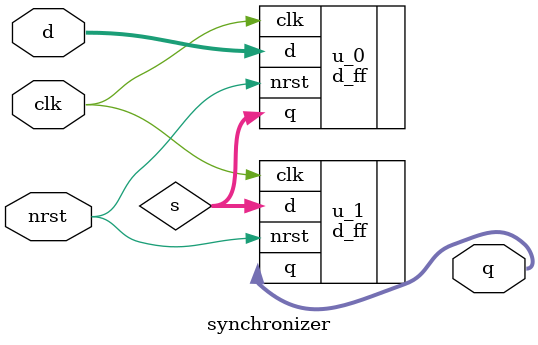
<source format=sv>
module synchronizer #(parameter n = 4)(
        input logic clk, nrst,
        input  logic [n-1:0]  d,
        output logic [n-1:0]  q
        );
        
 logic  [n-1:0] s;
 
 d_ff u_0 (      
     .clk  ( clk  )  ,       
 	 .nrst ( nrst )  ,       
     .d    ( d    )  ,     
     .q    ( s    )     
     );     
      
 d_ff u_1 (     
     .clk  ( clk  )  ,      
 	 .nrst ( nrst )  ,     
     .d    ( s    )  ,     
     .q    ( q    )     
     );     
      
        
endmodule        
</source>
